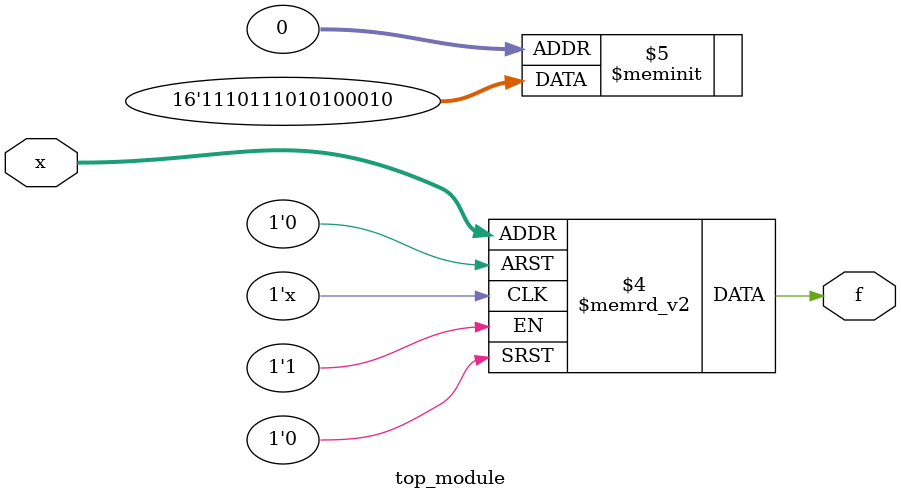
<source format=sv>
module top_module (
    input [4:1] x,
    output logic f
);

always_comb begin
    case ({x[4], x[3], x[2], x[1]})
        4'b0001: f = 1'b1;
        4'b0100: f = 1'b0;
        4'b0101: f = 1'b1;
        4'b0111: f = 1'b1;
        4'b1001: f = 1'b1;
        4'b1010: f = 1'b1;
        4'b1011: f = 1'b1;
        4'b1101: f = 1'b1;
        4'b1110: f = 1'b1;
        4'b1111: f = 1'b1;
        default: f = 1'b0;
    endcase
end

endmodule

</source>
